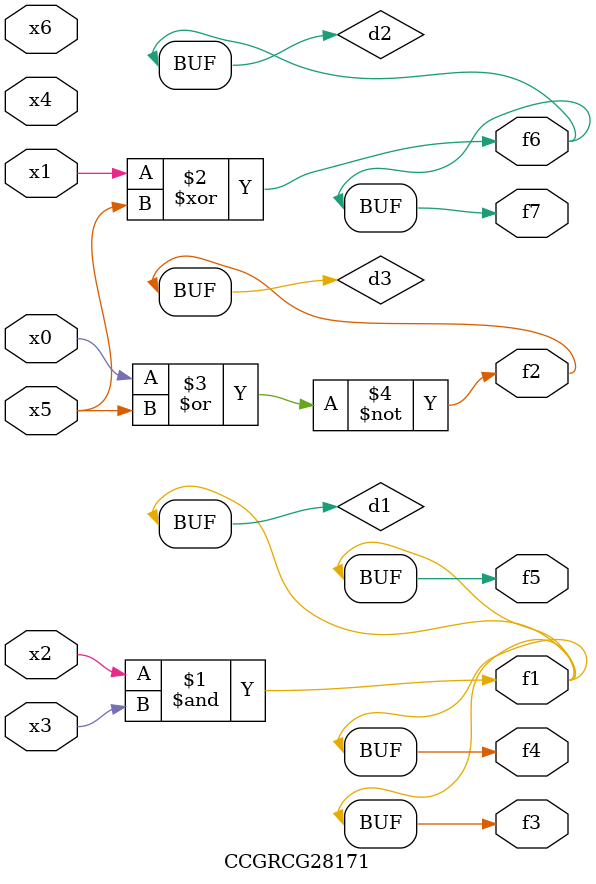
<source format=v>
module CCGRCG28171(
	input x0, x1, x2, x3, x4, x5, x6,
	output f1, f2, f3, f4, f5, f6, f7
);

	wire d1, d2, d3;

	and (d1, x2, x3);
	xor (d2, x1, x5);
	nor (d3, x0, x5);
	assign f1 = d1;
	assign f2 = d3;
	assign f3 = d1;
	assign f4 = d1;
	assign f5 = d1;
	assign f6 = d2;
	assign f7 = d2;
endmodule

</source>
